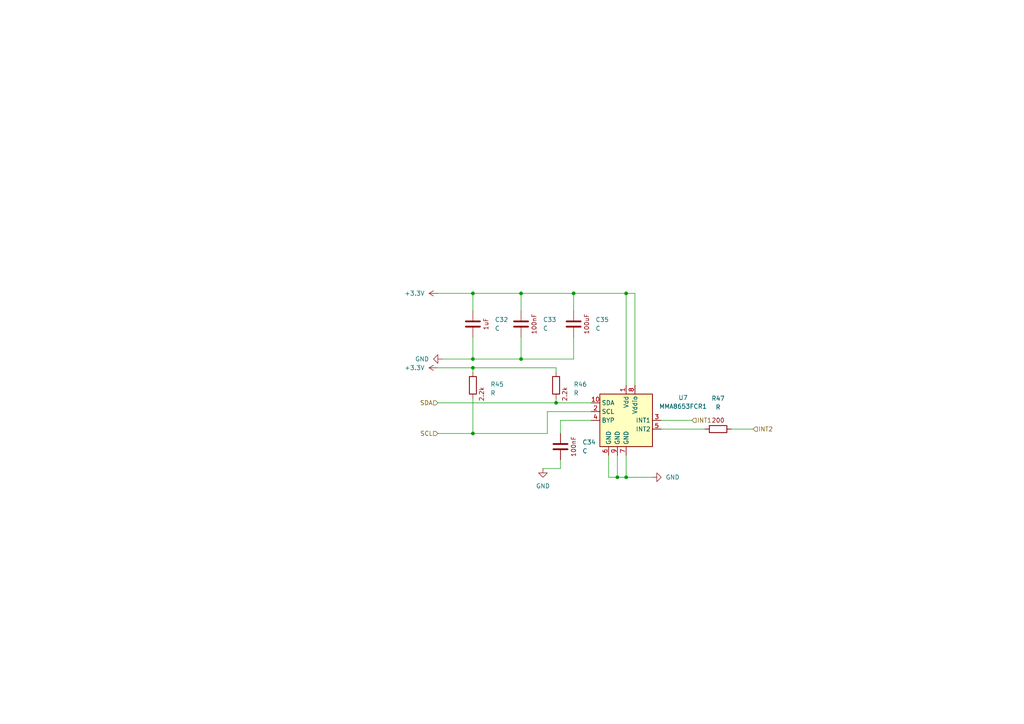
<source format=kicad_sch>
(kicad_sch (version 20211123) (generator eeschema)
  (paper "A4")
  (lib_symbols
    (symbol "C_1" (pin_numbers hide) (pin_names (offset 0.254))
      (property "Reference" "C" (at 0.635 2.54 0))
      (property "Value" "C_1" (at 0.635 -2.54 0))
      (symbol "C_1_0_0"
        (text "100uF" (at 3.81 0 900) (effects (font (size 1.27 1.27))))
      )
      (symbol "C_1_0_1"
        (polyline (pts (xy -2.032 -0.762) (xy 2.032 -0.762)) (stroke (width 0.508)))
        (polyline (pts (xy -2.032 0.762) (xy 2.032 0.762)) (stroke (width 0.508)))
      )
      (symbol "C_1_1_1"
        (pin passive line (at 0 3.81 270) (length 2.794) (name "~") (number "1"))
        (pin passive line (at 0 -3.81 90) (length 2.794) (name "~") (number "2"))
      )
    )
    (symbol "C_2" (pin_numbers hide) (pin_names (offset 0.254))
      (property "Reference" "C" (at 0.635 2.54 0))
      (property "Value" "C_2" (at 0.635 -2.54 0))
      (symbol "C_2_0_0"
        (text "1uF" (at 3.81 0 900) (effects (font (size 1.27 1.27))))
      )
      (symbol "C_2_0_1"
        (polyline (pts (xy -2.032 -0.762) (xy 2.032 -0.762)) (stroke (width 0.508)))
        (polyline (pts (xy -2.032 0.762) (xy 2.032 0.762)) (stroke (width 0.508)))
      )
      (symbol "C_2_1_1"
        (pin passive line (at 0 3.81 270) (length 2.794) (name "~") (number "1"))
        (pin passive line (at 0 -3.81 90) (length 2.794) (name "~") (number "2"))
      )
    )
    (symbol "Device:C" (pin_numbers hide) (pin_names (offset 0.254))
      (property "Reference" "C" (at 0.635 2.54 0))
      (property "Value" "C" (at 0.635 -2.54 0))
      (symbol "C_0_0"
        (text "100nF" (at 3.81 0 900) (effects (font (size 1.27 1.27))))
      )
      (symbol "C_0_1"
        (polyline (pts (xy -2.032 -0.762) (xy 2.032 -0.762)) (stroke (width 0.508)))
        (polyline (pts (xy -2.032 0.762) (xy 2.032 0.762)) (stroke (width 0.508)))
      )
      (symbol "C_1_1"
        (pin passive line (at 0 3.81 270) (length 2.794) (name "~") (number "1"))
        (pin passive line (at 0 -3.81 90) (length 2.794) (name "~") (number "2"))
      )
    )
    (symbol "Device:R" (pin_numbers hide) (pin_names (offset 0))
      (property "Reference" "R" (at 2.032 0 90))
      (property "Value" "R" (at 0 0 90))
      (symbol "R_0_0"
        (text "2.2k" (at 2.54 -2.54 900) (effects (font (size 1.27 1.27))))
      )
      (symbol "R_0_1"
        (rectangle (start -1.016 -2.54) (end 1.016 2.54) (stroke (width 0.254)))
      )
      (symbol "R_1_1"
        (pin passive line (at 0 3.81 270) (length 1.27) (name "~") (number "1"))
        (pin passive line (at 0 -3.81 90) (length 1.27) (name "~") (number "2"))
      )
    )
    (symbol "R_1" (pin_numbers hide) (pin_names (offset 0))
      (property "Reference" "R" (at 2.032 0 90))
      (property "Value" "R_1" (at 0 0 90))
      (symbol "R_1_0_0"
        (text "200" (at -2.54 0 900) (effects (font (size 1.27 1.27))))
      )
      (symbol "R_1_0_1"
        (rectangle (start -1.016 -2.54) (end 1.016 2.54) (stroke (width 0.254)))
      )
      (symbol "R_1_1_1"
        (pin passive line (at 0 3.81 270) (length 1.27) (name "~") (number "1"))
        (pin passive line (at 0 -3.81 90) (length 1.27) (name "~") (number "2"))
      )
    )
    (symbol "Sensor_Motion:MMA8653FCR1"
      (property "Reference" "U" (at -7.62 8.89 0))
      (property "Value" "MMA8653FCR1" (at 1.27 -8.89 0))
      (symbol "MMA8653FCR1_0_1"
        (rectangle (start -7.62 7.62) (end 7.62 -7.62) (stroke (width 0.254)) (fill (type background)))
      )
      (symbol "MMA8653FCR1_1_1"
        (pin power_in line (at 0 10.16 270) (length 2.54) (name "Vdd") (number "1"))
        (pin input line (at -10.16 5.08 0) (length 2.54) (name "SDA") (number "10"))
        (pin input line (at -10.16 2.54 0) (length 2.54) (name "SCL") (number "2"))
        (pin output line (at 10.16 0 180) (length 2.54) (name "INT1") (number "3"))
        (pin input line (at -10.16 0 0) (length 2.54) (name "BYP") (number "4"))
        (pin output line (at 10.16 -2.54 180) (length 2.54) (name "INT2") (number "5"))
        (pin power_in line (at -5.08 -10.16 90) (length 2.54) (name "GND") (number "6"))
        (pin power_in line (at 0 -10.16 90) (length 2.54) (name "GND") (number "7"))
        (pin power_in line (at 2.54 10.16 270) (length 2.54) (name "Vddio") (number "8"))
        (pin power_in line (at -2.54 -10.16 90) (length 2.54) (name "GND") (number "9"))
      )
    )
    (symbol "power:+3.3V" (power) (pin_names (offset 0))
      (property "Value" "+3.3V" (at 0 3.556 0))
      (symbol "+3.3V_0_1"
        (polyline (pts (xy -0.762 1.27) (xy 0 2.54)))
        (polyline (pts (xy 0 0) (xy 0 2.54)))
        (polyline (pts (xy 0 2.54) (xy 0.762 1.27)))
      )
      (symbol "+3.3V_1_1"
        (pin power_in line (at 0 0 90) (length 0) hide (name "+3.3V") (number "1"))
      )
    )
    (symbol "power:GND" (power) (pin_names (offset 0))
      (property "Value" "GND" (at 0 -3.81 0))
      (symbol "GND_0_1"
        (polyline (pts (xy 0 0) (xy 0 -1.27) (xy 1.27 -1.27) (xy 0 -2.54) (xy -1.27 -1.27) (xy 0 -1.27)))
      )
      (symbol "GND_1_1"
        (pin power_in line (at 0 0 270) (length 0) hide (name "GND") (number "1"))
      )
    )
  )
  (junction (at 179.07 138.43))
  (junction (at 137.16 125.73))
  (junction (at 181.61 85.09))
  (junction (at 161.29 116.84))
  (junction (at 166.37 85.09))
  (junction (at 137.16 104.14))
  (junction (at 181.61 138.43))
  (junction (at 137.16 85.09))
  (junction (at 151.13 85.09))
  (junction (at 151.13 104.14))
  (junction (at 137.16 106.68))
  (wire (pts (xy 137.16 104.14) (xy 151.13 104.14)))
  (wire (pts (xy 161.29 107.95) (xy 161.29 106.68)))
  (wire (pts (xy 179.07 132.08) (xy 179.07 138.43)))
  (wire (pts (xy 212.09 124.46) (xy 218.44 124.46)))
  (wire (pts (xy 137.16 97.79) (xy 137.16 104.14)))
  (wire (pts (xy 166.37 97.79) (xy 166.37 104.14)))
  (wire (pts (xy 179.07 138.43) (xy 181.61 138.43)))
  (wire (pts (xy 181.61 132.08) (xy 181.61 138.43)))
  (wire (pts (xy 171.45 121.92) (xy 162.56 121.92)))
  (wire (pts (xy 157.48 135.89) (xy 162.56 135.89)))
  (wire (pts (xy 151.13 85.09) (xy 166.37 85.09)))
  (wire (pts (xy 171.45 119.38) (xy 158.75 119.38)))
  (wire (pts (xy 184.15 85.09) (xy 184.15 111.76)))
  (wire (pts (xy 162.56 133.35) (xy 162.56 135.89)))
  (wire (pts (xy 137.16 85.09) (xy 137.16 90.17)))
  (wire (pts (xy 181.61 85.09) (xy 184.15 85.09)))
  (wire (pts (xy 191.77 121.92) (xy 200.66 121.92)))
  (wire (pts (xy 181.61 138.43) (xy 189.23 138.43)))
  (wire (pts (xy 137.16 115.57) (xy 137.16 125.73)))
  (wire (pts (xy 128.27 104.14) (xy 137.16 104.14)))
  (wire (pts (xy 176.53 132.08) (xy 176.53 138.43)))
  (wire (pts (xy 127 125.73) (xy 137.16 125.73)))
  (wire (pts (xy 127 85.09) (xy 137.16 85.09)))
  (wire (pts (xy 127 106.68) (xy 137.16 106.68)))
  (wire (pts (xy 137.16 85.09) (xy 151.13 85.09)))
  (wire (pts (xy 151.13 85.09) (xy 151.13 90.17)))
  (wire (pts (xy 151.13 104.14) (xy 166.37 104.14)))
  (wire (pts (xy 176.53 138.43) (xy 179.07 138.43)))
  (wire (pts (xy 181.61 85.09) (xy 181.61 111.76)))
  (wire (pts (xy 161.29 116.84) (xy 171.45 116.84)))
  (wire (pts (xy 137.16 106.68) (xy 137.16 107.95)))
  (wire (pts (xy 191.77 124.46) (xy 204.47 124.46)))
  (wire (pts (xy 166.37 85.09) (xy 181.61 85.09)))
  (wire (pts (xy 127 116.84) (xy 161.29 116.84)))
  (wire (pts (xy 137.16 125.73) (xy 158.75 125.73)))
  (wire (pts (xy 166.37 85.09) (xy 166.37 90.17)))
  (wire (pts (xy 162.56 121.92) (xy 162.56 125.73)))
  (wire (pts (xy 161.29 116.84) (xy 161.29 115.57)))
  (wire (pts (xy 158.75 119.38) (xy 158.75 125.73)))
  (wire (pts (xy 137.16 106.68) (xy 161.29 106.68)))
  (wire (pts (xy 151.13 97.79) (xy 151.13 104.14)))
  (hierarchical_label "SDA" (shape input) (at 127 116.84 180))
  (hierarchical_label "INT1" (shape input) (at 200.66 121.92 0))
  (hierarchical_label "INT2" (shape input) (at 218.44 124.46 0))
  (hierarchical_label "SCL" (shape input) (at 127 125.73 180))
  (symbol (lib_id "power:+3.3V") (at 127 85.09 90) (unit 1)
    (property "Reference" "#PWR08" (effects hide))
    (property "Value" "+3.3V" (at 123.19 85.0899 90) (effects (justify left)))
  )
  (symbol (lib_id "Device:C") (at 151.13 93.98 0) (unit 1)
    (property "Reference" "C33" (at 157.48 92.7099 0) (effects (justify left)))
    (property "Value" "C" (at 157.48 95.2499 0) (effects (justify left)))
    (property "Footprint" "Capacitor_SMD:C_0201_0603Metric" (effects hide))
  )
  (symbol (lib_id "power:GND") (at 189.23 138.43 90) (unit 1)
    (property "Reference" "#PWR012" (effects hide))
    (property "Value" "GND" (at 193.04 138.4299 90) (effects (justify right)))
  )
  (symbol (lib_name "C_2") (lib_id "Device:C") (at 137.16 93.98 0) (unit 1)
    (property "Reference" "C32" (at 143.51 92.7098 0) (effects (justify left)))
    (property "Value" "C" (at 143.51 95.2498 0) (effects (justify left)))
    (property "Footprint" "Capacitor_SMD:C_0201_0603Metric" (effects hide))
  )
  (symbol (lib_id "power:GND") (at 157.48 135.89 0) (unit 1)
    (property "Reference" "#PWR011" (effects hide))
    (property "Value" "GND" (at 157.48 140.97 0))
  )
  (symbol (lib_id "Device:R") (at 137.16 111.76 0) (unit 1)
    (property "Reference" "R45" (at 142.24 111.479 0) (effects (justify left)))
    (property "Value" "R" (at 142.24 114.019 0) (effects (justify left)))
    (property "Footprint" "Resistor_SMD:R_0201_0603Metric" (effects hide))
  )
  (symbol (lib_id "power:GND") (at 128.27 104.14 270) (unit 1)
    (property "Reference" "#PWR010" (effects hide))
    (property "Value" "GND" (at 124.46 104.1399 90) (effects (justify right)))
  )
  (symbol (lib_name "R_1") (lib_id "Device:R") (at 208.28 124.46 270) (unit 1)
    (property "Reference" "R47" (at 208.28 115.57 90))
    (property "Value" "R" (at 208.28 118.11 90))
    (property "Footprint" "Resistor_SMD:R_0201_0603Metric" (effects hide))
  )
  (symbol (lib_id "Sensor_Motion:MMA8653FCR1") (at 181.61 121.92 0) (unit 1)
    (property "Reference" "U7" (at 198.12 115.3412 0))
    (property "Value" "MMA8653FCR1" (at 198.12 117.8812 0))
    (property "Footprint" "Package_DFN_QFN:DFN-10_2x2mm_P0.4mm" (effects hide))
    (property "Datasheet" "http://cache.freescale.com/files/sensors/doc/data_sheet/MMA8653FC.pdf" (effects hide))
  )
  (symbol (lib_id "Device:R") (at 161.29 111.76 0) (unit 1)
    (property "Reference" "R46" (at 166.37 111.479 0) (effects (justify left)))
    (property "Value" "R" (at 166.37 114.019 0) (effects (justify left)))
    (property "Footprint" "Resistor_SMD:R_0201_0603Metric" (effects hide))
  )
  (symbol (lib_id "power:+3.3V") (at 127 106.68 90) (unit 1)
    (property "Reference" "#PWR09" (effects hide))
    (property "Value" "+3.3V" (at 123.19 106.6799 90) (effects (justify left)))
  )
  (symbol (lib_id "Device:C") (at 162.56 129.54 0) (unit 1)
    (property "Reference" "C34" (at 168.91 128.2699 0) (effects (justify left)))
    (property "Value" "C" (at 168.91 130.8099 0) (effects (justify left)))
    (property "Footprint" "Capacitor_SMD:C_0201_0603Metric" (effects hide))
  )
  (symbol (lib_name "C_1") (lib_id "Device:C") (at 166.37 93.98 0) (unit 1)
    (property "Reference" "C35" (at 172.72 92.7099 0) (effects (justify left)))
    (property "Value" "C" (at 172.72 95.2499 0) (effects (justify left)))
    (property "Footprint" "Capacitor_SMD:C_0201_0603Metric" (effects hide))
  )
)
</source>
